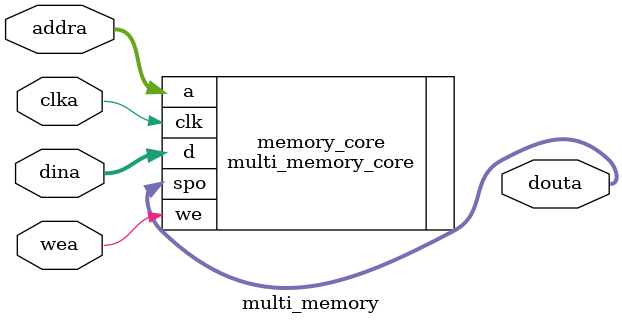
<source format=v>
`timescale 1ns / 1ps

module multi_memory(
	clka,
	addra,
	wea,
//	rea,		// Ôö¼ÓÒ»¸ö¶ÁÈ¡Ê¹ÄÜ
	dina,
	douta
);
	input wire clka;
	input wire [9:0] addra;
	input wire wea;
	input wire [31:0] dina;
	//output reg [31:0] douta;
	output wire [31:0] douta;
	//initial
	//	douta = 200;
	
	//wire [31:0] douta_temp;
	
	
	multi_memory_core memory_core(.clk(clka), .a(addra), .we(wea), .d(dina), .spo(douta));
	//multi_data_memory memory_core(.clka(clka), .addra(addra), .wea(wea), .dina(dina), .douta(douta_temp));
	
	//assign douta = douta_temp;
	
	/*
	always @(posedge clka)
	begin
		if (rea)
			douta <= douta_temp;
		else
			douta <= douta;
	end //*/

endmodule

</source>
